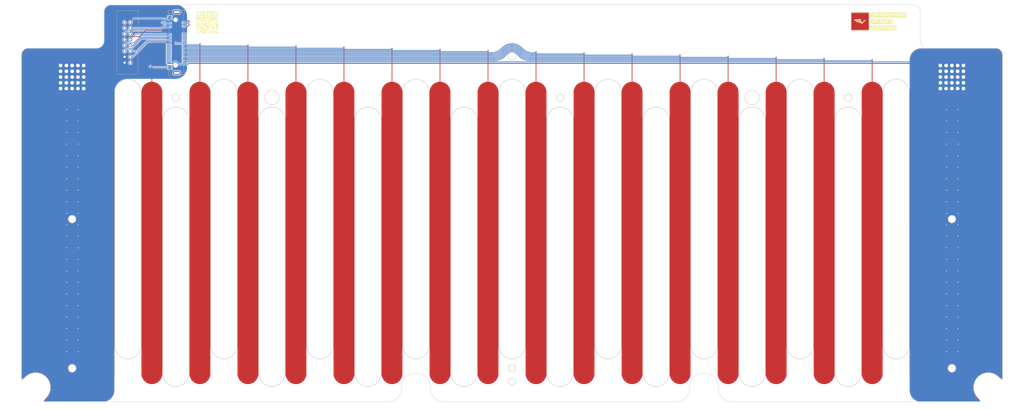
<source format=kicad_pcb>
(kicad_pcb (version 20211014) (generator pcbnew)
  (layers (0 "F.Cu" signal) (31 "B.Cu" signal) (34 "B.Paste" user) (35 "F.Paste" user) (36 "B.SilkS" user "B.Silkscreen") (37 "F.SilkS" user "F.Silkscreen") (38 "B.Mask" user) (39 "F.Mask" user) (44 "Edge.Cuts" user))
  (net 0 "")
  (net 1 "GND")
  (net 2 "/MUX1_SD")
  (net 3 "/MUX1_SC")
  (net 6 "/MUX2_SD")
  (net 7 "/MUX2_SC")
  (net 8 "/MUX3_SD")
  (net 9 "/MUX3_SC")
  (net 10 "/MUX4_SD")
  (net 11 "/MUX4_SC")
  (net 12 "/CELL1")
  (net 13 "/CELL2")
  (net 14 "/CELL3")
  (net 15 "/CELL4")
  (net 16 "/CELL5")
  (net 17 "/CELL6")
  (net 18 "/CELL7")
  (net 19 "/CELL8")
  (net 20 "/CELL9")
  (net 21 "/CELL10")
  (net 22 "/CELL11")
  (net 23 "/CELL12")
  (net 24 "/CELL13")
  (net 25 "/CELL14")
  (net 26 "/CELL15")
  (net 27 "/CELL16")
  (net 28 "/CELL17")
  (net 29 "/MUX_OUT_4")
  (net 30 "/MUX_OUT_3")
  (net 31 "/MUX_OUT_2")
  (net 32 "/MUX_OUT_1")
  (net 59 "/VREG")
  (net 60 "/VREF2")
  (footprint "OEM:Bond Pad" (layer "F.Cu") (at 219.060173 115.49875)
    (fp_text reference "TP8" hide)
    (fp_text value "TestPoint")
  )
  (footprint "kibuzzard-63B8B2B4" (layer "F.Cu") (at 392.98 25.16)
    (fp_text reference "kibuzzard-63B8B2B4" hide)
    (fp_text value "G***" hide)
  )
  (footprint "OEM:Bond Pad" (layer "F.Cu") (at 92.300035 115.49875)
    (fp_text reference "TP2" hide)
    (fp_text value "TestPoint")
  )
  (footprint "kibuzzard-63BCB413" (layer "F.Cu") (at 395.18 19.5)
    (fp_text reference "kibuzzard-63BCB413" hide)
    (fp_text value "G***" hide)
  )
  (footprint "OEM:Bond Pad" (layer "F.Cu") (at 409.20038 115.49875)
    (fp_text reference "TP17" hide)
    (fp_text value "TestPoint")
  )
  (footprint "OEM:Bond Pad" (layer "F.Cu") (at 282.440242 115.49875)
    (fp_text reference "TP11" hide)
    (fp_text value "TestPoint")
  )
  (footprint "OEM:Bond Pad" (layer "F.Cu") (at 176.806794 115.49875)
    (fp_text reference "TP6" hide)
    (fp_text value "TestPoint")
  )
  (footprint "OEM:Bond Pad" (layer "F.Cu") (at 155.680104 115.49875)
    (fp_text reference "TP5" hide)
    (fp_text value "TestPoint")
  )
  (footprint "OEM:Bond Pad" (layer "F.Cu") (at 240.186863 115.49875)
    (fp_text reference "TP9" hide)
    (fp_text value "TestPoint")
  )
  (footprint "OEM:OEM_Logo_8mm" (layer "F.Cu") (at 382.74 22.334807)
    (fp_text reference "REF**" hide)
    (fp_text value "OEM_Logo_8mm")
  )
  (footprint "OEM:Bond Pad" (layer "F.Cu") (at 324.693621 115.49875)
    (fp_text reference "TP13" hide)
    (fp_text value "TestPoint")
  )
  (footprint "OEM:Bond Pad" (layer "F.Cu") (at 113.426724 115.49875)
    (fp_text reference "TP3" hide)
    (fp_text value "TestPoint")
  )
  (footprint "OEM:Bond Pad" (layer "F.Cu") (at 261.313552 115.49875)
    (fp_text reference "TP10" hide)
    (fp_text value "TestPoint")
  )
  (footprint "OEM:Bond Pad" (layer "F.Cu") (at 345.820311 115.49875)
    (fp_text reference "TP14" hide)
    (fp_text value "TestPoint")
  )
  (footprint "OEM:Bond Pad" (layer "F.Cu") (at 50.046655 115.49875)
    (fp_text reference "TP18" hide)
    (fp_text value "TestPoint")
  )
  (footprint "OEM:Bond Pad" (layer "F.Cu") (at 303.566932 115.49875)
    (fp_text reference "TP12" hide)
    (fp_text value "TestPoint")
  )
  (footprint "OEM:Bond Pad" (layer "F.Cu") (at 71.173345 115.49875)
    (fp_text reference "TP1" hide)
    (fp_text value "TestPoint")
  )
  (footprint "OEM:Bond Pad" (layer "F.Cu") (at 366.947001 115.49875)
    (fp_text reference "TP15" hide)
    (fp_text value "TestPoint")
  )
  (footprint "OEM:Bond Pad" (layer "F.Cu") (at 388.073691 115.49875)
    (fp_text reference "TP16" hide)
    (fp_text value "TestPoint")
  )
  (footprint "kibuzzard-63B8B2E9" (layer "F.Cu") (at 392.19 22.33)
    (fp_text reference "kibuzzard-63B8B2E9" hide)
    (fp_text value "G***" hide)
  )
  (footprint "OEM:Bond Pad" (layer "F.Cu") (at 197.933483 115.49875)
    (fp_text reference "TP7" hide)
    (fp_text value "TestPoint")
  )
  (footprint "OEM:QR_PLACEHOLDER" (layer "F.Cu") (at 95.61 22.61)
    (fp_text reference "QR*****")
    (fp_text value "QR_PLACEHOLDER")
  )
  (footprint "OEM:Bond Pad" (layer "F.Cu") (at 134.553414 115.49875)
    (fp_text reference "TP4" hide)
    (fp_text value "TestPoint")
  )
  (footprint "OEM:Wurth-7461115" (layer "B.Cu") (at 36.098518 46.82 180)
    (fp_text reference "TP19" hide)
    (fp_text value "TestPoint")
  )
  (footprint "footprints:Automotive_M.2" (layer "B.Cu") (at 81.61 31.61 -90)
    (fp_text reference "J1" hide)
    (fp_text value "Automotive_M.2_Edge_Connector" hide)
    (fp_circle (center -10 0) (end -9.25 0) (layer "Edge.Cuts") (width 0.05) (fill none))
    (fp_circle (center 10 0) (end 10.8 0) (layer "Edge.Cuts") (width 0.05) (fill none))
  )
  (footprint "OEM:TST-108-XX-T-D" (layer "B.Cu") (at 61.71 22.71 -90)
    (fp_text reference "J2" hide)
    (fp_text value "TST-108-01-T-D" hide)
  )
  (footprint "OEM:Wurth-7461115" (layer "B.Cu") (at 423.148518 46.82 180)
    (fp_text reference "TP20" hide)
    (fp_text value "TestPoint")
  )
  (gr_circle (center 81.73669 55.874167) (end 83.36864 55.874167) (layer "Edge.Cuts") (width 0.25) (fill none))
  (gr_arc (start 171.958449 177.4775) (mid 166.243449 183.1925) (end 160.528449 177.4775) (layer "Edge.Cuts") (width 0.25))
  (gr_arc (start 87.45169 177.4775) (mid 81.73669 183.1925) (end 76.02169 177.4775) (layer "Edge.Cuts") (width 0.25))
  (gr_arc (start 371.795346 65.7175) (mid 377.510346 60.0025) (end 383.225346 65.7175) (layer "Edge.Cuts") (width 0.25))
  (gr_circle (center 123.990069 55.874167) (end 127.165069 55.874167) (layer "Edge.Cuts") (width 0.25) (fill none))
  (gr_line (start 214.211828 177.4775) (end 214.211828 65.7175) (layer "Edge.Cuts") (width 0.25))
  (gr_line (start 181.655138 53.52) (end 181.655138 165.28) (layer "Edge.Cuts") (width 0.25))
  (gr_arc (start 362.098656 165.28) (mid 356.383656 170.995) (end 350.668656 165.28) (layer "Edge.Cuts") (width 0.25))
  (gr_arc (start 160.528449 65.7175) (mid 166.243449 60.0025) (end 171.958449 65.7175) (layer "Edge.Cuts") (width 0.25))
  (gr_line (start 139.401759 53.52) (end 139.401759 165.28) (layer "Edge.Cuts") (width 0.25))
  (gr_arc (start 54.895 53.52) (mid 60.61 47.805) (end 66.325 53.52) (layer "Edge.Cuts") (width 0.25))
  (gr_line (start 160.528449 65.7175) (end 160.528449 177.4775) (layer "Edge.Cuts") (width 0.25))
  (gr_line (start 235.338518 165.28) (end 235.338518 53.52) (layer "Edge.Cuts") (width 0.25))
  (gr_line (start 87.45169 177.4775) (end 87.45169 65.7175) (layer "Edge.Cuts") (width 0.25))
  (gr_arc (start 150.831759 165.28) (mid 145.116759 170.995) (end 139.401759 165.28) (layer "Edge.Cuts") (width 0.25))
  (gr_arc (start 287.288587 65.7175) (mid 293.003587 60.0025) (end 298.718587 65.7175) (layer "Edge.Cuts") (width 0.25))
  (gr_circle (center 229.623518 175.123333) (end 231.255468 175.123333) (layer "Edge.Cuts") (width 0.25) (fill none))
  (gr_arc (start 256.465207 177.4775) (mid 250.750207 183.1925) (end 245.035207 177.4775) (layer "Edge.Cuts") (width 0.25))
  (gr_line (start 118.275069 65.7175) (end 118.275069 177.4775) (layer "Edge.Cuts") (width 0.25))
  (gr_line (start 371.795346 65.7175) (end 371.795346 177.4775) (layer "Edge.Cuts") (width 0.25))
  (gr_line (start 202.781828 65.7175) (end 202.781828 177.4775) (layer "Edge.Cuts") (width 0.25))
  (gr_line (start 171.958449 177.4775) (end 171.958449 65.7175) (layer "Edge.Cuts") (width 0.25))
  (gr_line (start 54.895 53.52) (end 54.895 165.28) (layer "Edge.Cuts") (width 0.25))
  (gr_arc (start 181.655138 53.52) (mid 187.370138 47.805) (end 193.085138 53.52) (layer "Edge.Cuts") (width 0.25))
  (gr_line (start 319.845276 165.28) (end 319.845276 53.52) (layer "Edge.Cuts") (width 0.25))
  (gr_circle (center 250.750207 55.874167) (end 252.382157 55.874167) (layer "Edge.Cuts") (width 0.25) (fill none))
  (gr_circle (center 377.510346 55.874167) (end 379.142296 55.874167) (layer "Edge.Cuts") (width 0.25) (fill none))
  (gr_arc (start 308.415276 53.52) (mid 314.130276 47.805) (end 319.845276 53.52) (layer "Edge.Cuts") (width 0.25))
  (gr_line (start 340.971966 177.4775) (end 340.971966 65.7175) (layer "Edge.Cuts") (width 0.25))
  (gr_line (start 256.465207 177.4775) (end 256.465207 65.7175) (layer "Edge.Cuts") (width 0.25))
  (gr_line (start 308.415276 53.52) (end 308.415276 165.28) (layer "Edge.Cuts") (width 0.25))
  (gr_arc (start 277.591897 165.28) (mid 271.876897 170.995) (end 266.161897 165.28) (layer "Edge.Cuts") (width 0.25))
  (gr_arc (start 245.035207 65.7175) (mid 250.750207 60.0025) (end 256.465207 65.7175) (layer "Edge.Cuts") (width 0.25))
  (gr_line (start 193.085138 165.28) (end 193.085138 53.52) (layer "Edge.Cuts") (width 0.25))
  (gr_arc (start 214.211828 177.4775) (mid 208.496828 183.1925) (end 202.781828 177.4775) (layer "Edge.Cuts") (width 0.25))
  (gr_arc (start 108.578379 165.28) (mid 102.863379 170.995) (end 97.148379 165.28) (layer "Edge.Cuts") (width 0.25))
  (gr_line (start 97.148379 53.52) (end 97.148379 165.28) (layer "Edge.Cuts") (width 0.25))
  (gr_arc (start 319.845276 165.28) (mid 314.130276 170.995) (end 308.415276 165.28) (layer "Edge.Cuts") (width 0.25))
  (gr_line (start 129.705069 177.4775) (end 129.705069 65.7175) (layer "Edge.Cuts") (width 0.25))
  (gr_arc (start 193.085138 165.28) (mid 187.370138 170.995) (end 181.655138 165.28) (layer "Edge.Cuts") (width 0.25))
  (gr_circle (center 423.148518 109.4) (end 424.736018 109.4) (layer "Edge.Cuts") (width 0.25) (fill none))
  (gr_arc (start 329.541966 65.7175) (mid 335.256966 60.0025) (end 340.971966 65.7175) (layer "Edge.Cuts") (width 0.25))
  (gr_line (start 362.098656 165.28) (end 362.098656 53.52) (layer "Edge.Cuts") (width 0.25))
  (gr_arc (start 139.401759 53.52) (mid 145.116759 47.805) (end 150.831759 53.52) (layer "Edge.Cuts") (width 0.25))
  (gr_line (start 266.161897 53.52) (end 266.161897 165.28) (layer "Edge.Cuts") (width 0.25))
  (gr_arc (start 76.02169 65.7175) (mid 81.73669 60.0025) (end 87.45169 65.7175) (layer "Edge.Cuts") (width 0.25))
  (gr_arc (start 66.325 165.28) (mid 60.61 170.995) (end 54.895 165.28) (layer "Edge.Cuts") (width 0.25))
  (gr_arc (start 383.225346 177.4775) (mid 377.510346 183.1925) (end 371.795346 177.4775) (layer "Edge.Cuts") (width 0.25))
  (gr_arc (start 392.922035 53.52) (mid 398.637035 47.805) (end 404.352035 53.52) (layer "Edge.Cuts") (width 0.25))
  (gr_line (start 392.922035 53.52) (end 392.922035 165.28) (layer "Edge.Cuts") (width 0.25))
  (gr_line (start 108.578379 165.28) (end 108.578379 53.52) (layer "Edge.Cuts") (width 0.25))
  (gr_arc (start 266.161897 53.52) (mid 271.876897 47.805) (end 277.591897 53.52) (layer "Edge.Cuts") (width 0.25))
  (gr_poly (pts (arc (start 434.68339 188.027628) (mid 435.411673 188.899652) (end 435.972903 189.8875)) (arc (start 326.830276 189.8875) (mid 322.340151 188.027625) (end 320.480276 183.5375)) (arc (start 320.480276 183.5375) (mid 314.130276 177.1875) (end 307.780276 183.5375)) (arc (start 307.780276 183.5375) (mid 305.920408 188.027632) (end 301.430276 189.8875)) (arc (start 200.070138 189.8875) (mid 195.580004 188.027634) (end 193.720138 183.5375)) (arc (start 193.720138 183.5375) (mid 187.370138 177.1875) (end 181.020138 183.5375)) (arc (start 181.020138 183.5375) (mid 179.16026 188.027622) (end 174.670138 189.8875)) (arc (start 23.274133 189.8875) (mid 23.835362 188.899652) (end 24.563646 188.027628)) (arc (start 24.563646 188.027628) (mid 24.563646 179.047372) (end 15.58339 179.047372)) (arc (start 15.58339 179.047372) (mid 14.711367 179.775656) (end 13.723518 180.336885)) (arc (start 13.723518 37.145) (mid 14.653454 34.899936) (end 16.898518 33.97)) (arc (start 46.825 33.97) (mid 49.070064 33.040064) (end 50 30.795)) (arc (start 50 18.095) (mid 50.929936 15.849936) (end 53.175 14.92)) (arc (start 406.072035 14.92) (mid 408.317094 15.849941) (end 409.247035 18.095)) (arc (start 409.247035 30.795) (mid 410.176966 33.040069) (end 412.422035 33.97)) (arc (start 442.348518 33.97) (mid 444.593579 34.899939) (end 445.523518 37.145)) (arc (start 445.523518 180.336885) (mid 444.535669 179.775657) (end 443.663646 179.047372)) (arc (start 443.663646 179.047372) (mid 434.68339 179.047372) (end 434.68339 188.027628))) (layer "Edge.Cuts") (width 0.15) (fill none))
  (gr_circle (center 229.623518 180.9975) (end 231.211018 180.9975) (layer "Edge.Cuts") (width 0.25) (fill none))
  (gr_arc (start 350.668656 53.52) (mid 356.383656 47.805) (end 362.098656 53.52) (layer "Edge.Cuts") (width 0.25))
  (gr_arc (start 97.148379 53.52) (mid 102.863379 47.805) (end 108.578379 53.52) (layer "Edge.Cuts") (width 0.25))
  (gr_arc (start 202.781828 65.7175) (mid 208.496828 60.0025) (end 214.211828 65.7175) (layer "Edge.Cuts") (width 0.25))
  (gr_arc (start 129.705069 177.4775) (mid 123.990069 183.1925) (end 118.275069 177.4775) (layer "Edge.Cuts") (width 0.25))
  (gr_line (start 76.02169 65.7175) (end 76.02169 177.4775) (layer "Edge.Cuts") (width 0.25))
  (gr_line (start 277.591897 165.28) (end 277.591897 53.52) (layer "Edge.Cuts") (width 0.25))
  (gr_arc (start 404.352035 165.28) (mid 398.637035 170.995) (end 392.922035 165.28) (layer "Edge.Cuts") (width 0.25))
  (gr_line (start 298.718587 177.4775) (end 298.718587 65.7175) (layer "Edge.Cuts") (width 0.25))
  (gr_circle (center 229.623518 37.8025) (end 231.211018 37.8025) (layer "Edge.Cuts") (width 0.25) (fill none))
  (gr_arc (start 118.275069 65.7175) (mid 123.990069 60.0025) (end 129.705069 65.7175) (layer "Edge.Cuts") (width 0.25))
  (gr_line (start 287.288587 65.7175) (end 287.288587 177.4775) (layer "Edge.Cuts") (width 0.25))
  (gr_line (start 66.325 165.28) (end 66.325 53.52) (layer "Edge.Cuts") (width 0.25))
  (gr_arc (start 235.338518 165.28) (mid 229.623518 170.995) (end 223.908518 165.28) (layer "Edge.Cuts") (width 0.25))
  (gr_arc (start 223.908518 53.52) (mid 229.623518 47.805) (end 235.338518 53.52) (layer "Edge.Cuts") (width 0.25))
  (gr_arc (start 340.971966 177.4775) (mid 335.256966 183.1925) (end 329.541966 177.4775) (layer "Edge.Cuts") (width 0.25))
  (gr_line (start 404.352035 165.28) (end 404.352035 53.52) (layer "Edge.Cuts") (width 0.25))
  (gr_line (start 329.541966 65.7175) (end 329.541966 177.4775) (layer "Edge.Cuts") (width 0.25))
  (gr_line (start 350.668656 53.52) (end 350.668656 165.28) (layer "Edge.Cuts") (width 0.25))
  (gr_line (start 223.908518 53.52) (end 223.908518 165.28) (layer "Edge.Cuts") (width 0.25))
  (gr_line (start 245.035207 65.7175) (end 245.035207 177.4775) (layer "Edge.Cuts") (width 0.25))
  (gr_circle (center 36.098518 109.4) (end 37.686018 109.4) (layer "Edge.Cuts") (width 0.25) (fill none))
  (gr_circle (center 36.098518 175.123333) (end 37.730468 175.123333) (layer "Edge.Cuts") (width 0.25) (fill none))
  (gr_line (start 150.831759 165.28) (end 150.831759 53.52) (layer "Edge.Cuts") (width 0.25))
  (gr_circle (center 423.148518 175.123333) (end 424.780468 175.123333) (layer "Edge.Cuts") (width 0.25) (fill none))
  (gr_arc (start 298.718587 177.4775) (mid 293.003587 183.1925) (end 287.288587 177.4775) (layer "Edge.Cuts") (width 0.25))
  (gr_line (start 383.225346 177.4775) (end 383.225346 65.7175) (layer "Edge.Cuts") (width 0.25))
  (gr_circle (center 335.256966 55.874167) (end 338.431966 55.874167) (layer "Edge.Cuts") (width 0.25) (fill none))
  (via (at 33.686 101.758) (size 0.8) (drill 0.4) (layers "F.Cu" "B.Cu") (net 1))
  (via (at 33.686 122.078) (size 0.8) (drill 0.4) (layers "F.Cu" "B.Cu") (net 1))
  (via (at 38.766 71.278) (size 0.8) (drill 0.4) (layers "F.Cu" "B.Cu") (net 1))
  (via (at 38.766 61.118) (size 0.8) (drill 0.4) (layers "F.Cu" "B.Cu") (net 1))
  (via (at 33.686 91.598) (size 0.8) (drill 0.4) (layers "F.Cu" "B.Cu") (net 1))
  (via (at 33.686 106.838) (size 0.8) (drill 0.4) (layers "F.Cu" "B.Cu") (net 1))
  (via (at 33.686 142.398) (size 0.8) (drill 0.4) (layers "F.Cu" "B.Cu") (net 1))
  (via (at 33.686 71.278) (size 0.8) (drill 0.4) (layers "F.Cu" "B.Cu") (net 1))
  (via (at 38.766 132.238) (size 0.8) (drill 0.4) (layers "F.Cu" "B.Cu") (net 1))
  (via (at 38.766 101.758) (size 0.8) (drill 0.4) (layers "F.Cu" "B.Cu") (net 1))
  (via (at 38.766 96.678) (size 0.8) (drill 0.4) (layers "F.Cu" "B.Cu") (net 1))
  (via (at 38.766 111.918) (size 0.8) (drill 0.4) (layers "F.Cu" "B.Cu") (net 1))
  (via (at 33.686 96.678) (size 0.8) (drill 0.4) (layers "F.Cu" "B.Cu") (net 1))
  (via (at 33.686 167.798) (size 0.8) (drill 0.4) (layers "F.Cu" "B.Cu") (net 1))
  (via (at 38.766 142.398) (size 0.8) (drill 0.4) (layers "F.Cu" "B.Cu") (net 1))
  (via (at 33.686 137.318) (size 0.8) (drill 0.4) (layers "F.Cu" "B.Cu") (net 1))
  (via (at 33.686 116.998) (size 0.8) (drill 0.4) (layers "F.Cu" "B.Cu") (net 1))
  (via (at 38.766 122.078) (size 0.8) (drill 0.4) (layers "F.Cu" "B.Cu") (net 1))
  (via (at 38.766 137.318) (size 0.8) (drill 0.4) (layers "F.Cu" "B.Cu") (net 1))
  (via (at 33.686 86.518) (size 0.8) (drill 0.4) (layers "F.Cu" "B.Cu") (net 1))
  (via (at 38.766 167.798) (size 0.8) (drill 0.4) (layers "F.Cu" "B.Cu") (net 1))
  (via (at 33.686 152.558) (size 0.8) (drill 0.4) (layers "F.Cu" "B.Cu") (net 1))
  (via (at 38.766 157.638) (size 0.8) (drill 0.4) (layers "F.Cu" "B.Cu") (net 1))
  (via (at 38.766 86.518) (size 0.8) (drill 0.4) (layers "F.Cu" "B.Cu") (net 1))
  (via (at 33.686 81.438) (size 0.8) (drill 0.4) (layers "F.Cu" "B.Cu") (net 1))
  (via (at 38.766 127.158) (size 0.8) (drill 0.4) (layers "F.Cu" "B.Cu") (net 1))
  (via (at 33.686 111.918) (size 0.8) (drill 0.4) (layers "F.Cu" "B.Cu") (net 1))
  (via (at 38.766 76.358) (size 0.8) (drill 0.4) (layers "F.Cu" "B.Cu") (net 1))
  (via (at 33.686 147.478) (size 0.8) (drill 0.4) (layers "F.Cu" "B.Cu") (net 1))
  (via (at 38.766 81.438) (size 0.8) (drill 0.4) (layers "F.Cu" "B.Cu") (net 1))
  (via (at 38.766 106.838) (size 0.8) (drill 0.4) (layers "F.Cu" "B.Cu") (net 1))
  (via (at 38.766 162.718) (size 0.8) (drill 0.4) (layers "F.Cu" "B.Cu") (net 1))
  (via (at 33.686 132.238) (size 0.8) (drill 0.4) (layers "F.Cu" "B.Cu") (net 1))
  (via (at 33.686 162.718) (size 0.8) (drill 0.4) (layers "F.Cu" "B.Cu") (net 1))
  (via (at 33.686 66.198) (size 0.8) (drill 0.4) (layers "F.Cu" "B.Cu") (net 1))
  (via (at 33.686 157.638) (size 0.8) (drill 0.4) (layers "F.Cu" "B.Cu") (net 1))
  (via (at 33.686 127.158) (size 0.8) (drill 0.4) (layers "F.Cu" "B.Cu") (net 1))
  (via (at 38.766 66.198) (size 0.8) (drill 0.4) (layers "F.Cu" "B.Cu") (net 1))
  (via (at 38.766 147.478) (size 0.8) (drill 0.4) (layers "F.Cu" "B.Cu") (net 1))
  (via (at 33.686 61.118) (size 0.8) (drill 0.4) (layers "F.Cu" "B.Cu") (net 1))
  (via (at 33.686 76.358) (size 0.8) (drill 0.4) (layers "F.Cu" "B.Cu") (net 1))
  (via (at 38.766 91.598) (size 0.8) (drill 0.4) (layers "F.Cu" "B.Cu") (net 1))
  (via (at 38.766 116.998) (size 0.8) (drill 0.4) (layers "F.Cu" "B.Cu") (net 1))
  (via (at 38.766 152.558) (size 0.8) (drill 0.4) (layers "F.Cu" "B.Cu") (net 1))
  (segment (start 78.61 31.36) (end 69.36 31.36) (width 0.3) (layer "B.Cu") (net 2))
  (segment (start 62.77 37.95) (end 69.36 31.36) (width 0.3) (layer "B.Cu") (net 2))
  (segment (start 61.71 37.95) (end 62.77 37.95) (width 0.3) (layer "B.Cu") (net 2))
  (segment (start 64.602894 35.41) (end 61.71 35.41) (width 0.3) (layer "B.Cu") (net 3))
  (segment (start 78.61 30.86) (end 69.152894 30.86) (width 0.3) (layer "B.Cu") (net 3))
  (segment (start 69.152894 30.86) (end 64.602894 35.41) (width 0.3) (layer "B.Cu") (net 3))
  (segment (start 66.66 29.86) (end 62.235 34.285) (width 0.3) (layer "B.Cu") (net 6))
  (segment (start 60.295 34.285) (end 59.17 35.41) (width 0.3) (layer "B.Cu") (net 6))
  (segment (start 78.61 29.86) (end 66.66 29.86) (width 0.3) (layer "B.Cu") (net 6))
  (segment (start 62.235 34.285) (end 60.295 34.285) (width 0.3) (layer "B.Cu") (net 6))
  (segment (start 62.942894 32.87) (end 61.71 32.87) (width 0.3) (layer "B.Cu") (net 7))
  (segment (start 78.61 29.36) (end 66.452894 29.36) (width 0.3) (layer "B.Cu") (net 7))
  (segment (start 66.452894 29.36) (end 62.942894 32.87) (width 0.3) (layer "B.Cu") (net 7))
  (segment (start 60.31 31.73) (end 63.375788 31.73) (width 0.3) (layer "B.Cu") (net 8))
  (segment (start 59.17 32.87) (end 60.31 31.73) (width 0.3) (layer "B.Cu") (net 8))
  (segment (start 63.375788 31.73) (end 66.745788 28.36) (width 0.3) (layer "B.Cu") (net 8))
  (segment (start 66.745788 28.36) (end 78.61 28.36) (width 0.3) (layer "B.Cu") (net 8))
  (segment (start 64.18 27.86) (end 61.71 30.33) (width 0.3) (layer "B.Cu") (net 9))
  (segment (start 78.61 27.86) (end 64.18 27.86) (width 0.3) (layer "B.Cu") (net 9))
  (segment (start 76.66 24.86) (end 75.11 26.41) (width 0.3) (layer "B.Cu") (net 10))
  (segment (start 75.11 26.41) (end 60.55 26.41) (width 0.3) (layer "B.Cu") (net 10))
  (segment (start 60.55 26.41) (end 59.17 27.79) (width 0.3) (layer "B.Cu") (net 10))
  (segment (start 78.61 24.86) (end 76.66 24.86) (width 0.3) (layer "B.Cu") (net 10))
  (segment (start 78.61 24.36) (end 76.452894 24.36) (width 0.3) (layer "B.Cu") (net 11))
  (segment (start 75.562894 25.25) (end 61.71 25.25) (width 0.3) (layer "B.Cu") (net 11))
  (segment (start 76.452894 24.36) (end 75.562894 25.25) (width 0.3) (layer "B.Cu") (net 11))
  (segment (start 71.173344 31.8605) (end 71.173344 51.72) (width 0.3) (layer "F.Cu") (net 12))
  (segment (start 81.61 31.8605) (end 71.173344 31.8605) (width 0.3) (layer "F.Cu") (net 12))
  (via (at 81.61 31.8605) (size 0.8) (drill 0.4) (layers "F.Cu" "B.Cu") (net 12))
  (segment (start 85.61 32.11) (end 81.8595 32.11) (width 0.3) (layer "B.Cu") (net 12))
  (segment (start 81.8595 32.11) (end 81.61 31.8605) (width 0.3) (layer "B.Cu") (net 12))
  (segment (start 92.300033 32.3605) (end 92.300033 51.72) (width 0.3) (layer "F.Cu") (net 13))
  (via (at 92.300033 32.3605) (size 0.8) (drill 0.4) (layers "F.Cu" "B.Cu") (net 13))
  (segment (start 92.050533 32.61) (end 92.300033 32.3605) (width 0.3) (layer "B.Cu") (net 13))
  (segment (start 85.61 32.61) (end 92.050533 32.61) (width 0.3) (layer "B.Cu") (net 13))
  (segment (start 113.426722 32.8605) (end 113.426722 51.72) (width 0.3) (layer "F.Cu") (net 14))
  (via (at 113.426722 32.8605) (size 0.8) (drill 0.4) (layers "F.Cu" "B.Cu") (net 14))
  (segment (start 113.177222 33.11) (end 85.61 33.11) (width 0.3) (layer "B.Cu") (net 14))
  (segment (start 113.426722 32.8605) (end 113.177222 33.11) (width 0.3) (layer "B.Cu") (net 14))
  (segment (start 134.553411 33.3605) (end 134.553411 51.72) (width 0.3) (layer "F.Cu") (net 15))
  (via (at 134.553411 33.3605) (size 0.8) (drill 0.4) (layers "F.Cu" "B.Cu") (net 15))
  (segment (start 134.303911 33.61) (end 85.61 33.61) (width 0.3) (layer "B.Cu") (net 15))
  (segment (start 134.553411 33.3605) (end 134.303911 33.61) (width 0.3) (layer "B.Cu") (net 15))
  (segment (start 155.6801 33.8605) (end 155.6801 51.72) (width 0.3) (layer "F.Cu") (net 16))
  (via (at 155.6801 33.8605) (size 0.8) (drill 0.4) (layers "F.Cu" "B.Cu") (net 16))
  (segment (start 155.4306 34.11) (end 85.61 34.11) (width 0.3) (layer "B.Cu") (net 16))
  (segment (start 155.6801 33.8605) (end 155.4306 34.11) (width 0.3) (layer "B.Cu") (net 16))
  (segment (start 176.806789 34.3605) (end 176.806789 51.72) (width 0.3) (layer "F.Cu") (net 17))
  (via (at 176.806789 34.3605) (size 0.8) (drill 0.4) (layers "F.Cu" "B.Cu") (net 17))
  (segment (start 176.806789 34.3605) (end 176.557289 34.61) (width 0.3) (layer "B.Cu") (net 17))
  (segment (start 176.557289 34.61) (end 85.61 34.61) (width 0.3) (layer "B.Cu") (net 17))
  (segment (start 197.933478 34.8605) (end 197.933478 51.72) (width 0.3) (layer "F.Cu") (net 18))
  (via (at 197.933478 34.8605) (size 0.8) (drill 0.4) (layers "F.Cu" "B.Cu") (net 18))
  (segment (start 197.683978 35.11) (end 85.61 35.11) (width 0.3) (layer "B.Cu") (net 18))
  (segment (start 197.933478 34.8605) (end 197.683978 35.11) (width 0.3) (layer "B.Cu") (net 18))
  (segment (start 219.060167 35.3605) (end 219.060167 51.72) (width 0.3) (layer "F.Cu") (net 19))
  (via (at 219.060167 35.3605) (size 0.8) (drill 0.4) (layers "F.Cu" "B.Cu") (net 19))
  (segment (start 218.810667 35.61) (end 85.61 35.61) (width 0.3) (layer "B.Cu") (net 19))
  (segment (start 219.060167 35.3605) (end 218.810667 35.61) (width 0.3) (layer "B.Cu") (net 19))
  (segment (start 240.186856 35.8605) (end 240.186856 51.72) (width 0.3) (layer "F.Cu") (net 20))
  (via (at 240.186856 35.8605) (size 0.8) (drill 0.4) (layers "F.Cu" "B.Cu") (net 20))
  (segment (start 233.686316 33.736574) (end 234.170835 34.221093) (width 0.3) (layer "B.Cu") (net 20))
  (segment (start 229.584871 32.11) (end 229.75939 32.109999) (width 0.3) (layer "B.Cu") (net 20))
  (segment (start 220.281572 36.11) (end 85.61 36.11) (width 0.3) (layer "B.Cu") (net 20))
  (segment (start 238.73106 36.11) (end 239.937356 36.11) (width 0.3) (layer "B.Cu") (net 20))
  (segment (start 225.109999 34.109999) (end 225.360001 33.859998) (width 0.3) (layer "B.Cu") (net 20))
  (segment (start 240.186856 35.8605) (end 239.937356 36.11) (width 0.3) (layer "B.Cu") (net 20))
  (arc (start 225.109999 34.109999) (mid 222.894698 35.590216) (end 220.281572 36.11) (width 0.3) (layer "B.Cu") (net 20))
  (arc (start 234.170835 34.221093) (mid 236.263084 35.619089) (end 238.73106 36.11) (width 0.3) (layer "B.Cu") (net 20))
  (arc (start 233.686316 33.736574) (mid 231.884627 32.532727) (end 229.75939 32.109999) (width 0.3) (layer "B.Cu") (net 20))
  (arc (start 229.584871 32.11) (mid 227.298388 32.564809) (end 225.360001 33.859998) (width 0.3) (layer "B.Cu") (net 20))
  (segment (start 261.313545 36.3605) (end 261.313545 51.72) (width 0.3) (layer "F.Cu") (net 21))
  (via (at 261.313545 36.3605) (size 0.8) (drill 0.4) (layers "F.Cu" "B.Cu") (net 21))
  (segment (start 225.78158 34.195783) (end 225.367364 34.61) (width 0.3) (layer "B.Cu") (net 21))
  (segment (start 233.852636 34.61) (end 233.438419 34.195783) (width 0.3) (layer "B.Cu") (net 21))
  (segment (start 238.681063 36.61) (end 261.064045 36.61) (width 0.3) (layer "B.Cu") (net 21))
  (segment (start 220.538936 36.61) (end 85.61 36.61) (width 0.3) (layer "B.Cu") (net 21))
  (segment (start 261.313545 36.3605) (end 261.064045 36.61) (width 0.3) (layer "B.Cu") (net 21))
  (arc (start 233.438419 34.195783) (mid 231.681925 33.022131) (end 229.61 32.61) (width 0.3) (layer "B.Cu") (net 21))
  (arc (start 229.61 32.61) (mid 227.538074 33.022131) (end 225.78158 34.195783) (width 0.3) (layer "B.Cu") (net 21))
  (arc (start 225.367364 34.61) (mid 223.152062 36.090216) (end 220.538936 36.61) (width 0.3) (layer "B.Cu") (net 21))
  (arc (start 233.852636 34.61) (mid 236.067937 36.090216) (end 238.681063 36.61) (width 0.3) (layer "B.Cu") (net 21))
  (segment (start 282.440234 36.8605) (end 282.440234 51.72) (width 0.3) (layer "F.Cu") (net 22))
  (via (at 282.440234 36.8605) (size 0.8) (drill 0.4) (layers "F.Cu" "B.Cu") (net 22))
  (segment (start 238.473957 37.11) (end 282.190734 37.11) (width 0.3) (layer "B.Cu") (net 22))
  (segment (start 282.440234 36.8605) (end 282.190734 37.11) (width 0.3) (layer "B.Cu") (net 22))
  (segment (start 220.746042 37.11) (end 85.61 37.11) (width 0.3) (layer "B.Cu") (net 22))
  (segment (start 233.64553 35.11) (end 233.084867 34.549337) (width 0.3) (layer "B.Cu") (net 22))
  (segment (start 225.574469 35.109999) (end 226.135132 34.549337) (width 0.3) (layer "B.Cu") (net 22))
  (arc (start 229.61 33.11) (mid 227.729415 33.484071) (end 226.135132 34.549337) (width 0.3) (layer "B.Cu") (net 22))
  (arc (start 233.64553 35.11) (mid 235.860831 36.590216) (end 238.473957 37.11) (width 0.3) (layer "B.Cu") (net 22))
  (arc (start 233.084867 34.549337) (mid 231.490584 33.484071) (end 229.61 33.11) (width 0.3) (layer "B.Cu") (net 22))
  (arc (start 225.574469 35.109999) (mid 223.359168 36.590216) (end 220.746042 37.11) (width 0.3) (layer "B.Cu") (net 22))
  (segment (start 303.566923 37.3605) (end 303.566923 51.72) (width 0.3) (layer "F.Cu") (net 23))
  (via (at 303.566923 37.3605) (size 0.8) (drill 0.4) (layers "F.Cu" "B.Cu") (net 23))
  (segment (start 238.266851 37.61) (end 303.317423 37.61) (width 0.3) (layer "B.Cu") (net 23))
  (segment (start 233.438424 35.61) (end 232.731315 34.902891) (width 0.3) (layer "B.Cu") (net 23))
  (segment (start 303.566923 37.3605) (end 303.317423 37.61) (width 0.3) (layer "B.Cu") (net 23))
  (segment (start 226.488684 34.902891) (end 225.781576 35.61) (width 0.3) (layer "B.Cu") (net 23))
  (segment (start 220.953148 37.61) (end 85.61 37.61) (width 0.3) (layer "B.Cu") (net 23))
  (arc (start 233.438424 35.61) (mid 235.653725 37.090216) (end 238.266851 37.61) (width 0.3) (layer "B.Cu") (net 23))
  (arc (start 232.731315 34.902891) (mid 231.299243 33.946011) (end 229.61 33.61) (width 0.3) (layer "B.Cu") (net 23))
  (arc (start 225.781576 35.61) (mid 223.566274 37.090216) (end 220.953148 37.61) (width 0.3) (layer "B.Cu") (net 23))
  (arc (start 229.61 33.61) (mid 227.920756 33.946011) (end 226.488684 34.902891) (width 0.3) (layer "B.Cu") (net 23))
  (segment (start 324.693612 37.8605) (end 324.693612 51.72) (width 0.3) (layer "F.Cu") (net 24))
  (via (at 324.693612 37.8605) (size 0.8) (drill 0.4) (layers "F.Cu" "B.Cu") (net 24))
  (segment (start 324.693612 37.8605) (end 324.444112 38.11) (width 0.3) (layer "B.Cu") (net 24))
  (segment (start 232.377762 35.256444) (end 233.231318 36.11) (width 0.3) (layer "B.Cu") (net 24))
  (segment (start 221.160254 38.11) (end 85.61 38.11) (width 0.3) (layer "B.Cu") (net 24))
  (segment (start 226.842237 35.256444) (end 225.988682 36.11) (width 0.3) (layer "B.Cu") (net 24))
  (segment (start 238.059745 38.11) (end 324.444112 38.11) (width 0.3) (layer "B.Cu") (net 24))
  (arc (start 229.61 34.11) (mid 228.112097 34.407951) (end 226.842237 35.256444) (width 0.3) (layer "B.Cu") (net 24))
  (arc (start 233.231318 36.11) (mid 235.446619 37.590216) (end 238.059745 38.11) (width 0.3) (layer "B.Cu") (net 24))
  (arc (start 232.377762 35.256444) (mid 231.107902 34.407951) (end 229.61 34.11) (width 0.3) (layer "B.Cu") (net 24))
  (arc (start 225.988682 36.11) (mid 223.77338 37.590216) (end 221.160254 38.11) (width 0.3) (layer "B.Cu") (net 24))
  (segment (start 345.820301 38.3605) (end 345.820301 51.72) (width 0.3) (layer "F.Cu") (net 25))
  (via (at 345.820301 38.3605) (size 0.8) (drill 0.4) (layers "F.Cu" "B.Cu") (net 25))
  (segment (start 226.195787 36.609999) (end 227.195789 35.609998) (width 0.3) (layer "B.Cu") (net 25))
  (segment (start 237.852639 38.61) (end 345.570801 38.61) (width 0.3) (layer "B.Cu") (net 25))
  (segment (start 233.024212 36.61) (end 232.02421 35.609998) (width 0.3) (layer "B.Cu") (net 25))
  (segment (start 345.820301 38.3605) (end 345.570801 38.61) (width 0.3) (layer "B.Cu") (net 25))
  (segment (start 221.36736 38.61) (end 85.61 38.61) (width 0.3) (layer "B.Cu") (net 25))
  (arc (start 229.61 34.61) (mid 228.303438 34.869891) (end 227.195789 35.609998) (width 0.3) (layer "B.Cu") (net 25))
  (arc (start 226.195787 36.609999) (mid 223.980486 38.090216) (end 221.36736 38.61) (width 0.3) (layer "B.Cu") (net 25))
  (arc (start 232.02421 35.609998) (mid 230.916561 34.869891) (end 229.61 34.61) (width 0.3) (layer "B.Cu") (net 25))
  (arc (start 233.024212 36.61) (mid 235.239513 38.090216) (end 237.852639 38.61) (width 0.3) (layer "B.Cu") (net 25))
  (segment (start 366.94699 38.8605) (end 366.94699 51.72) (width 0.3) (layer "F.Cu") (net 26))
  (via (at 366.94699 38.8605) (size 0.8) (drill 0.4) (layers "F.Cu" "B.Cu") (net 26))
  (segment (start 232.817106 37.11) (end 231.670658 35.963552) (width 0.3) (layer "B.Cu") (net 26))
  (segment (start 221.574466 39.11) (end 85.61 39.11) (width 0.3) (layer "B.Cu") (net 26))
  (segment (start 226.402893 37.109999) (end 227.549341 35.963552) (width 0.3) (layer "B.Cu") (net 26))
  (segment (start 366.94699 38.8605) (end 366.69749 39.11) (width 0.3) (layer "B.Cu") (net 26))
  (segment (start 237.645533 39.11) (end 366.69749 39.11) (width 0.3) (layer "B.Cu") (net 26))
  (arc (start 226.402893 37.109999) (mid 224.187592 38.590216) (end 221.574466 39.11) (width 0.3) (layer "B.Cu") (net 26))
  (arc (start 231.670658 35.963552) (mid 230.72522 35.33183) (end 229.61 35.11) (width 0.3) (layer "B.Cu") (net 26))
  (arc (start 232.817106 37.11) (mid 235.032407 38.590216) (end 237.645533 39.11) (width 0.3) (layer "B.Cu") (net 26))
  (arc (start 229.61 35.11) (mid 228.494779 35.33183) (end 227.549341 35.963552) (width 0.3) (layer "B.Cu") (net 26))
  (segment (start 388.073679 39.3605) (end 388.073679 51.72) (width 0.3) (layer "F.Cu") (net 27))
  (via (at 388.073679 39.3605) (size 0.8) (drill 0.4) (layers "F.Cu" "B.Cu") (net 27))
  (segment (start 221.781572 39.61) (end 85.61 39.61) (width 0.3) (layer "B.Cu") (net 27))
  (segment (start 231.317106 36.317106) (end 232.61 37.61) (width 0.3) (layer "B.Cu") (net 27))
  (segment (start 388.073679 39.3605) (end 387.824179 39.61) (width 0.3) (layer "B.Cu") (net 27))
  (segment (start 226.609999 37.609999) (end 227.902893 36.317106) (width 0.3) (layer "B.Cu") (net 27))
  (segment (start 237.438427 39.61) (end 387.824179 39.61) (width 0.3) (layer "B.Cu") (net 27))
  (arc (start 226.609999 37.609999) (mid 224.394698 39.090216) (end 221.781572 39.61) (width 0.3) (layer "B.Cu") (net 27))
  (arc (start 232.61 37.61) (mid 234.825301 39.090216) (end 237.438427 39.61) (width 0.3) (layer "B.Cu") (net 27))
  (arc (start 231.317106 36.317106) (mid 230.533879 35.79377) (end 229.61 35.61) (width 0.3) (layer "B.Cu") (net 27))
  (arc (start 229.61 35.61) (mid 228.68612 35.79377) (end 227.902893 36.317106) (width 0.3) (layer "B.Cu") (net 27))
  (via (at 420.782 167.798) (size 0.8) (drill 0.4) (layers "F.Cu" "B.Cu") (net 28))
  (via (at 425.862 96.678) (size 0.8) (drill 0.4) (layers "F.Cu" "B.Cu") (net 28))
  (via (at 425.862 132.238) (size 0.8) (drill 0.4) (layers "F.Cu" "B.Cu") (net 28))
  (via (at 425.862 122.078) (size 0.8) (drill 0.4) (layers "F.Cu" "B.Cu") (net 28))
  (via (at 425.862 81.438) (size 0.8) (drill 0.4) (layers "F.Cu" "B.Cu") (net 28))
  (via (at 420.782 147.478) (size 0.8) (drill 0.4) (layers "F.Cu" "B.Cu") (net 28))
  (via (at 425.862 71.278) (size 0.8) (drill 0.4) (layers "F.Cu" "B.Cu") (net 28))
  (via (at 425.862 91.598) (size 0.8) (drill 0.4) (layers "F.Cu" "B.Cu") (net 28))
  (via (at 425.862 76.358) (size 0.8) (drill 0.4) (layers "F.Cu" "B.Cu") (net 28))
  (via (at 425.862 61.118) (size 0.8) (drill 0.4) (layers "F.Cu" "B.Cu") (net 28))
  (via (at 425.862 111.918) (size 0.8) (drill 0.4) (layers "F.Cu" "B.Cu") (net 28))
  (via (at 420.782 86.518) (size 0.8) (drill 0.4) (layers "F.Cu" "B.Cu") (net 28))
  (via (at 420.782 122.078) (size 0.8) (drill 0.4) (layers "F.Cu" "B.Cu") (net 28))
  (via (at 425.862 142.398) (size 0.8) (drill 0.4) (layers "F.Cu" "B.Cu") (net 28))
  (via (at 425.862 147.478) (size 0.8) (drill 0.4) (layers "F.Cu" "B.Cu") (net 28))
  (via (at 420.782 81.438) (size 0.8) (drill 0.4) (layers "F.Cu" "B.Cu") (net 28))
  (via (at 420.782 142.398) (size 0.8) (drill 0.4) (layers "F.Cu" "B.Cu") (net 28))
  (via (at 420.782 116.998) (size 0.8) (drill 0.4) (layers "F.Cu" "B.Cu") (net 28))
  (via (at 420.782 152.558) (size 0.8) (drill 0.4) (layers "F.Cu" "B.Cu") (net 28))
  (via (at 420.782 61.118) (size 0.8) (drill 0.4) (layers "F.Cu" "B.Cu") (net 28))
  (via (at 420.782 137.318) (size 0.8) (drill 0.4) (layers "F.Cu" "B.Cu") (net 28))
  (via (at 420.782 106.838) (size 0.8) (drill 0.4) (layers "F.Cu" "B.Cu") (net 28))
  (via (at 420.782 127.158) (size 0.8) (drill 0.4) (layers "F.Cu" "B.Cu") (net 28))
  (via (at 420.782 66.198) (size 0.8) (drill 0.4) (layers "F.Cu" "B.Cu") (net 28))
  (via (at 425.862 106.838) (size 0.8) (drill 0.4) (layers "F.Cu" "B.Cu") (net 28))
  (via (at 420.782 96.678) (size 0.8) (drill 0.4) (layers "F.Cu" "B.Cu") (net 28))
  (via (at 425.862 137.318) (size 0.8) (drill 0.4) (layers "F.Cu" "B.Cu") (net 28))
  (via (at 420.782 132.238) (size 0.8) (drill 0.4) (layers "F.Cu" "B.Cu") (net 28))
  (via (at 420.782 76.358) (size 0.8) (drill 0.4) (layers "F.Cu" "B.Cu") (net 28))
  (via (at 420.782 91.598) (size 0.8) (drill 0.4) (layers "F.Cu" "B.Cu") (net 28))
  (via (at 425.862 152.558) (size 0.8) (drill 0.4) (layers "F.Cu" "B.Cu") (net 28))
  (via (at 425.862 66.198) (size 0.8) (drill 0.4) (layers "F.Cu" "B.Cu") (net 28))
  (via (at 425.862 101.758) (size 0.8) (drill 0.4) (layers "F.Cu" "B.Cu") (net 28))
  (via (at 420.782 101.758) (size 0.8) (drill 0.4) (layers "F.Cu" "B.Cu") (net 28))
  (via (at 425.862 86.518) (size 0.8) (drill 0.4) (layers "F.Cu" "B.Cu") (net 28))
  (via (at 425.862 167.798) (size 0.8) (drill 0.4) (layers "F.Cu" "B.Cu") (net 28))
  (via (at 425.862 157.638) (size 0.8) (drill 0.4) (layers "F.Cu" "B.Cu") (net 28))
  (via (at 425.862 116.998) (size 0.8) (drill 0.4) (layers "F.Cu" "B.Cu") (net 28))
  (via (at 425.862 162.718) (size 0.8) (drill 0.4) (layers "F.Cu" "B.Cu") (net 28))
  (via (at 425.862 127.158) (size 0.8) (drill 0.4) (layers "F.Cu" "B.Cu") (net 28))
  (via (at 420.782 157.638) (size 0.8) (drill 0.4) (layers "F.Cu" "B.Cu") (net 28))
  (via (at 420.782 162.718) (size 0.8) (drill 0.4) (layers "F.Cu" "B.Cu") (net 28))
  (via (at 420.782 71.278) (size 0.8) (drill 0.4) (layers "F.Cu" "B.Cu") (net 28))
  (via (at 420.782 111.918) (size 0.8) (drill 0.4) (layers "F.Cu" "B.Cu") (net 28))
  (segment (start 87.01 41.16) (end 87.36 40.81) (width 0.4) (layer "B.Cu") (net 28))
  (segment (start 81.11 40.11) (end 81.91 40.11) (width 0.4) (layer "B.Cu") (net 28))
  (segment (start 81.91 40.11) (end 82.96 41.16) (width 0.4) (layer "B.Cu") (net 28))
  (segment (start 82.96 41.16) (end 87.01 41.16) (width 0.4) (layer "B.Cu") (net 28))
  (segment (start 85.61 40.11) (end 406.11 40.11) (width 0.3) (layer "B.Cu") (net 28))
  (segment (start 87.36 40.81) (end 405.31 40.81) (width 0.4) (layer "B.Cu") (net 28))
  (segment (start 80.36 40.86) (end 81.11 40.11) (width 0.4) (layer "B.Cu") (net 28))
  (segment (start 78.61 40.86) (end 78.61 40.41) (width 0.4) (layer "B.Cu") (net 28))
  (segment (start 78.61 40.86) (end 80.36 40.86) (width 0.4) (layer "B.Cu") (net 28))
  (segment (start 80.21 25.81) (end 62.91 25.81) (width 0.3) (layer "F.Cu") (net 29))
  (segment (start 87.31 22.01) (end 84.01 22.01) (width 0.3) (layer "F.Cu") (net 29))
  (segment (start 87.61 22.31) (end 87.31 22.01) (width 0.3) (layer "F.Cu") (net 29))
  (segment (start 84.01 22.01) (end 80.21 25.81) (width 0.3) (layer "F.Cu") (net 29))
  (segment (start 62.91 25.81) (end 61.61 27.11) (width 0.3) (layer "F.Cu") (net 29))
  (via (at 87.61 22.31) (size 0.8) (drill 0.4) (layers "F.Cu" "B.Cu") (net 29))
  (segment (start 87.61 22.31) (end 87.31 22.61) (width 0.3) (layer "B.Cu") (net 29))
  (segment (start 87.31 22.61) (end 85.61 22.61) (width 0.3) (layer "B.Cu") (net 29))
  (segment (start 75.752491 21.585) (end 60.295 21.585) (width 0.3) (layer "F.Cu") (net 30))
  (segment (start 76.644586 22.477095) (end 75.752491 21.585) (width 0.3) (layer "F.Cu") (net 30))
  (segment (start 60.295 21.585) (end 59.17 22.71) (width 0.3) (layer "F.Cu") (net 30))
  (via (at 76.644586 22.477095) (size 0.8) (drill 0.4) (layers "F.Cu" "B.Cu") (net 30))
  (segment (start 77.027491 22.86) (end 78.61 22.86) (width 0.3) (layer "B.Cu") (net 30))
  (segment (start 76.644586 22.477095) (end 77.027491 22.86) (width 0.3) (layer "B.Cu") (net 30))
  (segment (start 65.71 29.01) (end 60.49 29.01) (width 0.3) (layer "F.Cu") (net 31))
  (segment (start 60.49 29.01) (end 59.17 30.33) (width 0.3) (layer "F.Cu") (net 31))
  (segment (start 87.61 23.71) (end 85.01 26.31) (width 0.3) (layer "F.Cu") (net 31))
  (segment (start 68.41 26.31) (end 65.71 29.01) (width 0.3) (layer "F.Cu") (net 31))
  (segment (start 85.01 26.31) (end 68.41 26.31) (width 0.3) (layer "F.Cu") (net 31))
  (via (at 87.61 23.71) (size 0.8) (drill 0.4) (layers "F.Cu" "B.Cu") (net 31))
  (segment (start 87.61 23.71) (end 87.01 23.11) (width 0.3) (layer "B.Cu") (net 31))
  (segment (start 87.01 23.11) (end 85.61 23.11) (width 0.3) (layer "B.Cu") (net 31))
  (segment (start 75.654773 22.615934) (end 75.348839 22.31) (width 0.3) (layer "F.Cu") (net 32))
  (segment (start 60.41 24.01) (end 59.17 25.25) (width 0.3) (layer "F.Cu") (net 32))
  (segment (start 64.11 24.01) (end 60.41 24.01) (width 0.3) (layer "F.Cu") (net 32))
  (segment (start 65.81 22.31) (end 64.11 24.01) (width 0.3) (layer "F.Cu") (net 32))
  (segment (start 75.348839 22.31) (end 65.81 22.31) (width 0.3) (layer "F.Cu") (net 32))
  (via (at 75.654773 22.615934) (size 0.8) (drill 0.4) (layers "F.Cu" "B.Cu") (net 32))
  (segment (start 76.398839 23.36) (end 78.61 23.36) (width 0.3) (layer "B.Cu") (net 32))
  (segment (start 75.654773 22.615934) (end 76.398839 23.36) (width 0.3) (layer "B.Cu") (net 32))
  (segment (start 63.31 21.11) (end 78.66 21.11) (width 0.3) (layer "B.Cu") (net 59))
  (segment (start 79.06 21.36) (end 79.06 20.06) (width 0.4) (layer "B.Cu") (net 59))
  (segment (start 61.71 22.71) (end 63.31 21.11) (width 0.3) (layer "B.Cu") (net 59))
  (segment (start 78.66 21.11) (end 79.06 20.71) (width 0.3) (layer "B.Cu") (net 59))
  (segment (start 70.423844 42.11) (end 68.803844 40.49) (width 0.3) (layer "F.Cu") (net 60))
  (segment (start 68.803844 40.49) (end 61.71 40.49) (width 0.3) (layer "F.Cu") (net 60))
  (via (at 70.423844 42.11) (size 0.8) (drill 0.4) (layers "F.Cu" "B.Cu") (net 60))
  (segment (start 79.06 41.86) (end 79.06 43.16) (width 0.4) (layer "B.Cu") (net 60))
  (segment (start 70.423844 42.11) (end 70.823844 42.51) (width 0.3) (layer "B.Cu") (net 60))
  (segment (start 70.823844 42.51) (end 79.06 42.51) (width 0.3) (layer "B.Cu") (net 60))
  (zone (net 28) (net_name "/CELL17") (layer "F.Cu") (connect_pads yes (clearance 0.25)) (min_thickness 0.254) (fill yes (thermal_gap 0.508) (thermal_bridge_width 0.508) (smoothing fillet) (radius 5.098))
    (polygon (pts (xy 404.610333 191.934994) (xy 447.860242 191.934986) (xy 454.885886 34.234999) (xy 404.605886 34.235011)))
  )
  (zone (net 0) (net_name "") (layer "F.Cu") (connect_pads (clearance 0.25)) (min_thickness 0.254) (fill yes (thermal_gap 0.508) (thermal_bridge_width 0.508))
    (polygon (pts (xy 386.74 26.33) (xy 378.74 26.33) (xy 378.74 18.33) (xy 386.74 18.33)))
  )
  (zone (net 1) (net_name "GND") (layer "F.Cu") (connect_pads yes (clearance 0.25)) (min_thickness 0.254) (fill yes (thermal_gap 0.508) (thermal_bridge_width 0.508) (smoothing fillet) (radius 5.098))
    (polygon (pts (xy 54.628406 190.535008) (xy 11.378497 190.535) (xy 4.352853 34.234999) (xy 54.632853 34.235011)))
  )
  (zone (net 1) (net_name "GND") (layer "B.Cu") (connect_pads yes (clearance 0.25)) (min_thickness 0.254) (fill yes (thermal_gap 0.508) (thermal_bridge_width 0.508) (smoothing fillet) (radius 5.098))
    (polygon (pts (xy 42.953147 171.703) (xy 28.983147 171.703) (xy 28.983147 56.133) (xy 42.953147 56.133)))
  )
  (zone (net 1) (net_name "GND") (layer "B.Cu") (connect_pads yes (clearance 0.25)) (min_thickness 0.2) (fill yes (thermal_gap 0.508) (thermal_bridge_width 0.508) (smoothing fillet) (radius 5.098))
    (polygon (pts (xy 86.64174 47.614778) (xy 46.61 47.610314) (xy 46.604623 13.410449) (xy 86.654876 13.614749)))
  )
  (zone (net 1) (net_name "GND") (layer "B.Cu") (connect_pads yes (clearance 0.25)) (min_thickness 0.25) (fill yes (thermal_gap 0.508) (thermal_bridge_width 0.508) (smoothing fillet) (radius 5.098))
    (polygon (pts (xy 60.497245 55.767782) (xy 51.663455 55.605607) (xy 51.419817 43.910198) (xy 60.27212 44.272209)))
  )
  (zone (net 28) (net_name "/CELL17") (layer "B.Cu") (connect_pads yes (clearance 0.25)) (min_thickness 0.254) (fill yes (thermal_gap 0.508) (thermal_bridge_width 0.508) (smoothing fillet) (radius 5.098))
    (polygon (pts (xy 404.610241 191.61) (xy 447.860241 191.61) (xy 454.610242 34.23529) (xy 404.610242 34.234963)))
  )
  (zone (net 1) (net_name "GND") (layer "B.Cu") (connect_pads yes (clearance 0.25)) (min_thickness 0.25) (fill yes (thermal_gap 0.508) (thermal_bridge_width 0.508) (smoothing fillet) (radius 5.098))
    (polygon (pts (xy 54.628498 193.11) (xy 11.378498 193.11) (xy 4.628497 34.23529) (xy 54.628497 34.234963)))
  )
  (zone (net 28) (net_name "/CELL17") (layer "B.Cu") (connect_pads yes (clearance 0.25)) (min_thickness 0.254) (fill yes (thermal_gap 0.508) (thermal_bridge_width 0.508) (smoothing fillet) (radius 5.098))
    (polygon (pts (xy 430.049147 171.703) (xy 416.079147 171.703) (xy 416.079147 56.133) (xy 430.049147 56.133)))
  )
)
</source>
